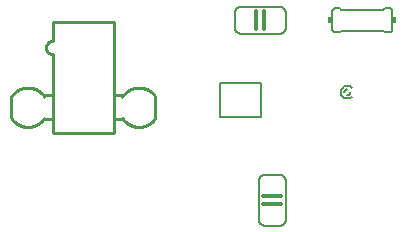
<source format=gto>
G75*
%MOIN*%
%OFA0B0*%
%FSLAX25Y25*%
%IPPOS*%
%LPD*%
%AMOC8*
5,1,8,0,0,1.08239X$1,22.5*
%
%ADD10C,0.00600*%
%ADD11C,0.01200*%
%ADD12R,0.01500X0.02000*%
%ADD13C,0.00500*%
%ADD14C,0.01000*%
D10*
X0102500Y0015500D02*
X0102500Y0028500D01*
X0102502Y0028587D01*
X0102508Y0028674D01*
X0102517Y0028761D01*
X0102530Y0028847D01*
X0102547Y0028933D01*
X0102568Y0029018D01*
X0102593Y0029101D01*
X0102621Y0029184D01*
X0102652Y0029265D01*
X0102687Y0029345D01*
X0102726Y0029423D01*
X0102768Y0029500D01*
X0102813Y0029575D01*
X0102862Y0029647D01*
X0102913Y0029718D01*
X0102968Y0029786D01*
X0103025Y0029851D01*
X0103086Y0029914D01*
X0103149Y0029975D01*
X0103214Y0030032D01*
X0103282Y0030087D01*
X0103353Y0030138D01*
X0103425Y0030187D01*
X0103500Y0030232D01*
X0103577Y0030274D01*
X0103655Y0030313D01*
X0103735Y0030348D01*
X0103816Y0030379D01*
X0103899Y0030407D01*
X0103982Y0030432D01*
X0104067Y0030453D01*
X0104153Y0030470D01*
X0104239Y0030483D01*
X0104326Y0030492D01*
X0104413Y0030498D01*
X0104500Y0030500D01*
X0109500Y0030500D01*
X0109587Y0030498D01*
X0109674Y0030492D01*
X0109761Y0030483D01*
X0109847Y0030470D01*
X0109933Y0030453D01*
X0110018Y0030432D01*
X0110101Y0030407D01*
X0110184Y0030379D01*
X0110265Y0030348D01*
X0110345Y0030313D01*
X0110423Y0030274D01*
X0110500Y0030232D01*
X0110575Y0030187D01*
X0110647Y0030138D01*
X0110718Y0030087D01*
X0110786Y0030032D01*
X0110851Y0029975D01*
X0110914Y0029914D01*
X0110975Y0029851D01*
X0111032Y0029786D01*
X0111087Y0029718D01*
X0111138Y0029647D01*
X0111187Y0029575D01*
X0111232Y0029500D01*
X0111274Y0029423D01*
X0111313Y0029345D01*
X0111348Y0029265D01*
X0111379Y0029184D01*
X0111407Y0029101D01*
X0111432Y0029018D01*
X0111453Y0028933D01*
X0111470Y0028847D01*
X0111483Y0028761D01*
X0111492Y0028674D01*
X0111498Y0028587D01*
X0111500Y0028500D01*
X0111500Y0015500D01*
X0111498Y0015413D01*
X0111492Y0015326D01*
X0111483Y0015239D01*
X0111470Y0015153D01*
X0111453Y0015067D01*
X0111432Y0014982D01*
X0111407Y0014899D01*
X0111379Y0014816D01*
X0111348Y0014735D01*
X0111313Y0014655D01*
X0111274Y0014577D01*
X0111232Y0014500D01*
X0111187Y0014425D01*
X0111138Y0014353D01*
X0111087Y0014282D01*
X0111032Y0014214D01*
X0110975Y0014149D01*
X0110914Y0014086D01*
X0110851Y0014025D01*
X0110786Y0013968D01*
X0110718Y0013913D01*
X0110647Y0013862D01*
X0110575Y0013813D01*
X0110500Y0013768D01*
X0110423Y0013726D01*
X0110345Y0013687D01*
X0110265Y0013652D01*
X0110184Y0013621D01*
X0110101Y0013593D01*
X0110018Y0013568D01*
X0109933Y0013547D01*
X0109847Y0013530D01*
X0109761Y0013517D01*
X0109674Y0013508D01*
X0109587Y0013502D01*
X0109500Y0013500D01*
X0104500Y0013500D01*
X0104413Y0013502D01*
X0104326Y0013508D01*
X0104239Y0013517D01*
X0104153Y0013530D01*
X0104067Y0013547D01*
X0103982Y0013568D01*
X0103899Y0013593D01*
X0103816Y0013621D01*
X0103735Y0013652D01*
X0103655Y0013687D01*
X0103577Y0013726D01*
X0103500Y0013768D01*
X0103425Y0013813D01*
X0103353Y0013862D01*
X0103282Y0013913D01*
X0103214Y0013968D01*
X0103149Y0014025D01*
X0103086Y0014086D01*
X0103025Y0014149D01*
X0102968Y0014214D01*
X0102913Y0014282D01*
X0102862Y0014353D01*
X0102813Y0014425D01*
X0102768Y0014500D01*
X0102726Y0014577D01*
X0102687Y0014655D01*
X0102652Y0014735D01*
X0102621Y0014816D01*
X0102593Y0014899D01*
X0102568Y0014982D01*
X0102547Y0015067D01*
X0102530Y0015153D01*
X0102517Y0015239D01*
X0102508Y0015326D01*
X0102502Y0015413D01*
X0102500Y0015500D01*
X0131000Y0056000D02*
X0133000Y0056000D01*
X0133500Y0056500D01*
X0130500Y0056500D02*
X0130438Y0056565D01*
X0130378Y0056633D01*
X0130322Y0056703D01*
X0130268Y0056775D01*
X0130218Y0056850D01*
X0130171Y0056927D01*
X0130127Y0057005D01*
X0130086Y0057086D01*
X0130049Y0057168D01*
X0130016Y0057251D01*
X0129986Y0057336D01*
X0129959Y0057422D01*
X0129937Y0057509D01*
X0129918Y0057597D01*
X0129902Y0057686D01*
X0129891Y0057775D01*
X0129883Y0057865D01*
X0129879Y0057955D01*
X0129879Y0058045D01*
X0129883Y0058135D01*
X0129891Y0058225D01*
X0129902Y0058314D01*
X0129918Y0058403D01*
X0129937Y0058491D01*
X0129959Y0058578D01*
X0129986Y0058664D01*
X0130016Y0058749D01*
X0130049Y0058832D01*
X0130086Y0058914D01*
X0130127Y0058995D01*
X0130171Y0059073D01*
X0130218Y0059150D01*
X0130268Y0059225D01*
X0130322Y0059297D01*
X0130378Y0059367D01*
X0130438Y0059435D01*
X0130500Y0059500D01*
X0131000Y0060000D01*
X0133000Y0060000D01*
X0133500Y0059500D01*
X0133000Y0058000D02*
X0132998Y0057940D01*
X0132993Y0057879D01*
X0132984Y0057820D01*
X0132971Y0057761D01*
X0132955Y0057702D01*
X0132935Y0057645D01*
X0132912Y0057590D01*
X0132885Y0057535D01*
X0132856Y0057483D01*
X0132823Y0057432D01*
X0132787Y0057383D01*
X0132749Y0057337D01*
X0132707Y0057293D01*
X0132663Y0057251D01*
X0132617Y0057213D01*
X0132568Y0057177D01*
X0132517Y0057144D01*
X0132465Y0057115D01*
X0132410Y0057088D01*
X0132355Y0057065D01*
X0132298Y0057045D01*
X0132239Y0057029D01*
X0132180Y0057016D01*
X0132121Y0057007D01*
X0132060Y0057002D01*
X0132000Y0057000D01*
X0131000Y0058000D02*
X0131002Y0058060D01*
X0131007Y0058121D01*
X0131016Y0058180D01*
X0131029Y0058239D01*
X0131045Y0058298D01*
X0131065Y0058355D01*
X0131088Y0058410D01*
X0131115Y0058465D01*
X0131144Y0058517D01*
X0131177Y0058568D01*
X0131213Y0058617D01*
X0131251Y0058663D01*
X0131293Y0058707D01*
X0131337Y0058749D01*
X0131383Y0058787D01*
X0131432Y0058823D01*
X0131483Y0058856D01*
X0131535Y0058885D01*
X0131590Y0058912D01*
X0131645Y0058935D01*
X0131702Y0058955D01*
X0131761Y0058971D01*
X0131820Y0058984D01*
X0131879Y0058993D01*
X0131940Y0058998D01*
X0132000Y0059000D01*
X0130500Y0056500D02*
X0131000Y0056000D01*
X0109500Y0077500D02*
X0096500Y0077500D01*
X0096413Y0077502D01*
X0096326Y0077508D01*
X0096239Y0077517D01*
X0096153Y0077530D01*
X0096067Y0077547D01*
X0095982Y0077568D01*
X0095899Y0077593D01*
X0095816Y0077621D01*
X0095735Y0077652D01*
X0095655Y0077687D01*
X0095577Y0077726D01*
X0095500Y0077768D01*
X0095425Y0077813D01*
X0095353Y0077862D01*
X0095282Y0077913D01*
X0095214Y0077968D01*
X0095149Y0078025D01*
X0095086Y0078086D01*
X0095025Y0078149D01*
X0094968Y0078214D01*
X0094913Y0078282D01*
X0094862Y0078353D01*
X0094813Y0078425D01*
X0094768Y0078500D01*
X0094726Y0078577D01*
X0094687Y0078655D01*
X0094652Y0078735D01*
X0094621Y0078816D01*
X0094593Y0078899D01*
X0094568Y0078982D01*
X0094547Y0079067D01*
X0094530Y0079153D01*
X0094517Y0079239D01*
X0094508Y0079326D01*
X0094502Y0079413D01*
X0094500Y0079500D01*
X0094500Y0084500D01*
X0094502Y0084587D01*
X0094508Y0084674D01*
X0094517Y0084761D01*
X0094530Y0084847D01*
X0094547Y0084933D01*
X0094568Y0085018D01*
X0094593Y0085101D01*
X0094621Y0085184D01*
X0094652Y0085265D01*
X0094687Y0085345D01*
X0094726Y0085423D01*
X0094768Y0085500D01*
X0094813Y0085575D01*
X0094862Y0085647D01*
X0094913Y0085718D01*
X0094968Y0085786D01*
X0095025Y0085851D01*
X0095086Y0085914D01*
X0095149Y0085975D01*
X0095214Y0086032D01*
X0095282Y0086087D01*
X0095353Y0086138D01*
X0095425Y0086187D01*
X0095500Y0086232D01*
X0095577Y0086274D01*
X0095655Y0086313D01*
X0095735Y0086348D01*
X0095816Y0086379D01*
X0095899Y0086407D01*
X0095982Y0086432D01*
X0096067Y0086453D01*
X0096153Y0086470D01*
X0096239Y0086483D01*
X0096326Y0086492D01*
X0096413Y0086498D01*
X0096500Y0086500D01*
X0109500Y0086500D01*
X0109587Y0086498D01*
X0109674Y0086492D01*
X0109761Y0086483D01*
X0109847Y0086470D01*
X0109933Y0086453D01*
X0110018Y0086432D01*
X0110101Y0086407D01*
X0110184Y0086379D01*
X0110265Y0086348D01*
X0110345Y0086313D01*
X0110423Y0086274D01*
X0110500Y0086232D01*
X0110575Y0086187D01*
X0110647Y0086138D01*
X0110718Y0086087D01*
X0110786Y0086032D01*
X0110851Y0085975D01*
X0110914Y0085914D01*
X0110975Y0085851D01*
X0111032Y0085786D01*
X0111087Y0085718D01*
X0111138Y0085647D01*
X0111187Y0085575D01*
X0111232Y0085500D01*
X0111274Y0085423D01*
X0111313Y0085345D01*
X0111348Y0085265D01*
X0111379Y0085184D01*
X0111407Y0085101D01*
X0111432Y0085018D01*
X0111453Y0084933D01*
X0111470Y0084847D01*
X0111483Y0084761D01*
X0111492Y0084674D01*
X0111498Y0084587D01*
X0111500Y0084500D01*
X0111500Y0079500D01*
X0111498Y0079413D01*
X0111492Y0079326D01*
X0111483Y0079239D01*
X0111470Y0079153D01*
X0111453Y0079067D01*
X0111432Y0078982D01*
X0111407Y0078899D01*
X0111379Y0078816D01*
X0111348Y0078735D01*
X0111313Y0078655D01*
X0111274Y0078577D01*
X0111232Y0078500D01*
X0111187Y0078425D01*
X0111138Y0078353D01*
X0111087Y0078282D01*
X0111032Y0078214D01*
X0110975Y0078149D01*
X0110914Y0078086D01*
X0110851Y0078025D01*
X0110786Y0077968D01*
X0110718Y0077913D01*
X0110647Y0077862D01*
X0110575Y0077813D01*
X0110500Y0077768D01*
X0110423Y0077726D01*
X0110345Y0077687D01*
X0110265Y0077652D01*
X0110184Y0077621D01*
X0110101Y0077593D01*
X0110018Y0077568D01*
X0109933Y0077547D01*
X0109847Y0077530D01*
X0109761Y0077517D01*
X0109674Y0077508D01*
X0109587Y0077502D01*
X0109500Y0077500D01*
X0127000Y0079000D02*
X0127000Y0085000D01*
X0127002Y0085060D01*
X0127007Y0085121D01*
X0127016Y0085180D01*
X0127029Y0085239D01*
X0127045Y0085298D01*
X0127065Y0085355D01*
X0127088Y0085410D01*
X0127115Y0085465D01*
X0127144Y0085517D01*
X0127177Y0085568D01*
X0127213Y0085617D01*
X0127251Y0085663D01*
X0127293Y0085707D01*
X0127337Y0085749D01*
X0127383Y0085787D01*
X0127432Y0085823D01*
X0127483Y0085856D01*
X0127535Y0085885D01*
X0127590Y0085912D01*
X0127645Y0085935D01*
X0127702Y0085955D01*
X0127761Y0085971D01*
X0127820Y0085984D01*
X0127879Y0085993D01*
X0127940Y0085998D01*
X0128000Y0086000D01*
X0129500Y0086000D01*
X0130000Y0085500D01*
X0144000Y0085500D01*
X0144500Y0086000D01*
X0146000Y0086000D01*
X0146060Y0085998D01*
X0146121Y0085993D01*
X0146180Y0085984D01*
X0146239Y0085971D01*
X0146298Y0085955D01*
X0146355Y0085935D01*
X0146410Y0085912D01*
X0146465Y0085885D01*
X0146517Y0085856D01*
X0146568Y0085823D01*
X0146617Y0085787D01*
X0146663Y0085749D01*
X0146707Y0085707D01*
X0146749Y0085663D01*
X0146787Y0085617D01*
X0146823Y0085568D01*
X0146856Y0085517D01*
X0146885Y0085465D01*
X0146912Y0085410D01*
X0146935Y0085355D01*
X0146955Y0085298D01*
X0146971Y0085239D01*
X0146984Y0085180D01*
X0146993Y0085121D01*
X0146998Y0085060D01*
X0147000Y0085000D01*
X0147000Y0079000D01*
X0146998Y0078940D01*
X0146993Y0078879D01*
X0146984Y0078820D01*
X0146971Y0078761D01*
X0146955Y0078702D01*
X0146935Y0078645D01*
X0146912Y0078590D01*
X0146885Y0078535D01*
X0146856Y0078483D01*
X0146823Y0078432D01*
X0146787Y0078383D01*
X0146749Y0078337D01*
X0146707Y0078293D01*
X0146663Y0078251D01*
X0146617Y0078213D01*
X0146568Y0078177D01*
X0146517Y0078144D01*
X0146465Y0078115D01*
X0146410Y0078088D01*
X0146355Y0078065D01*
X0146298Y0078045D01*
X0146239Y0078029D01*
X0146180Y0078016D01*
X0146121Y0078007D01*
X0146060Y0078002D01*
X0146000Y0078000D01*
X0144500Y0078000D01*
X0144000Y0078500D01*
X0130000Y0078500D01*
X0129500Y0078000D01*
X0128000Y0078000D01*
X0127940Y0078002D01*
X0127879Y0078007D01*
X0127820Y0078016D01*
X0127761Y0078029D01*
X0127702Y0078045D01*
X0127645Y0078065D01*
X0127590Y0078088D01*
X0127535Y0078115D01*
X0127483Y0078144D01*
X0127432Y0078177D01*
X0127383Y0078213D01*
X0127337Y0078251D01*
X0127293Y0078293D01*
X0127251Y0078337D01*
X0127213Y0078383D01*
X0127177Y0078432D01*
X0127144Y0078483D01*
X0127115Y0078535D01*
X0127088Y0078590D01*
X0127065Y0078645D01*
X0127045Y0078702D01*
X0127029Y0078761D01*
X0127016Y0078820D01*
X0127007Y0078879D01*
X0127002Y0078940D01*
X0127000Y0079000D01*
D11*
X0104200Y0079000D02*
X0104200Y0085000D01*
X0101700Y0085000D02*
X0101700Y0079000D01*
X0104000Y0023200D02*
X0110000Y0023200D01*
X0110000Y0020700D02*
X0104000Y0020700D01*
D12*
X0126250Y0082000D03*
X0147750Y0082000D03*
D13*
X0103417Y0061055D02*
X0103417Y0049835D01*
X0089638Y0049835D01*
X0089638Y0061055D01*
X0103417Y0061055D01*
D14*
X0033764Y0070661D02*
X0033764Y0044283D01*
X0054236Y0044283D01*
X0054236Y0081291D01*
X0033764Y0081291D01*
X0033764Y0074992D01*
X0033672Y0074990D01*
X0033580Y0074984D01*
X0033489Y0074974D01*
X0033398Y0074961D01*
X0033308Y0074943D01*
X0033218Y0074922D01*
X0033130Y0074897D01*
X0033043Y0074868D01*
X0032957Y0074836D01*
X0032872Y0074800D01*
X0032789Y0074760D01*
X0032708Y0074717D01*
X0032629Y0074671D01*
X0032552Y0074621D01*
X0032477Y0074568D01*
X0032404Y0074511D01*
X0032334Y0074452D01*
X0032266Y0074390D01*
X0032201Y0074325D01*
X0032139Y0074257D01*
X0032080Y0074187D01*
X0032023Y0074114D01*
X0031970Y0074039D01*
X0031920Y0073962D01*
X0031874Y0073883D01*
X0031831Y0073802D01*
X0031791Y0073719D01*
X0031755Y0073634D01*
X0031723Y0073548D01*
X0031694Y0073461D01*
X0031669Y0073373D01*
X0031648Y0073283D01*
X0031630Y0073193D01*
X0031617Y0073102D01*
X0031607Y0073011D01*
X0031601Y0072919D01*
X0031599Y0072827D01*
X0031601Y0072735D01*
X0031607Y0072643D01*
X0031617Y0072552D01*
X0031630Y0072461D01*
X0031648Y0072371D01*
X0031669Y0072281D01*
X0031694Y0072193D01*
X0031723Y0072106D01*
X0031755Y0072020D01*
X0031791Y0071935D01*
X0031831Y0071852D01*
X0031874Y0071771D01*
X0031920Y0071692D01*
X0031970Y0071615D01*
X0032023Y0071540D01*
X0032080Y0071467D01*
X0032139Y0071397D01*
X0032201Y0071329D01*
X0032266Y0071264D01*
X0032334Y0071202D01*
X0032404Y0071143D01*
X0032477Y0071086D01*
X0032552Y0071033D01*
X0032629Y0070983D01*
X0032708Y0070937D01*
X0032789Y0070894D01*
X0032872Y0070854D01*
X0032957Y0070818D01*
X0033043Y0070786D01*
X0033130Y0070757D01*
X0033218Y0070732D01*
X0033308Y0070711D01*
X0033398Y0070693D01*
X0033489Y0070680D01*
X0033580Y0070670D01*
X0033672Y0070664D01*
X0033764Y0070662D01*
X0033370Y0056882D02*
X0030614Y0056882D01*
X0031007Y0049402D02*
X0030919Y0049269D01*
X0030828Y0049138D01*
X0030734Y0049009D01*
X0030636Y0048882D01*
X0030536Y0048758D01*
X0030432Y0048637D01*
X0030326Y0048518D01*
X0030216Y0048401D01*
X0030104Y0048287D01*
X0029989Y0048176D01*
X0029872Y0048068D01*
X0029752Y0047963D01*
X0029629Y0047861D01*
X0029504Y0047762D01*
X0029376Y0047666D01*
X0029246Y0047573D01*
X0029114Y0047483D01*
X0028980Y0047396D01*
X0028844Y0047313D01*
X0028705Y0047233D01*
X0028565Y0047156D01*
X0028423Y0047083D01*
X0028280Y0047014D01*
X0028134Y0046948D01*
X0027987Y0046885D01*
X0027839Y0046826D01*
X0027689Y0046771D01*
X0027538Y0046719D01*
X0027385Y0046671D01*
X0027232Y0046627D01*
X0027077Y0046587D01*
X0026922Y0046550D01*
X0026766Y0046517D01*
X0026609Y0046488D01*
X0026451Y0046463D01*
X0026293Y0046442D01*
X0026134Y0046424D01*
X0025975Y0046411D01*
X0025815Y0046401D01*
X0025656Y0046395D01*
X0025496Y0046393D01*
X0025336Y0046395D01*
X0025177Y0046401D01*
X0025017Y0046411D01*
X0024858Y0046424D01*
X0024699Y0046442D01*
X0024541Y0046463D01*
X0024383Y0046488D01*
X0024226Y0046517D01*
X0024070Y0046550D01*
X0023915Y0046587D01*
X0023760Y0046627D01*
X0023607Y0046671D01*
X0023454Y0046719D01*
X0023303Y0046771D01*
X0023153Y0046826D01*
X0023005Y0046885D01*
X0022858Y0046948D01*
X0022712Y0047014D01*
X0022569Y0047083D01*
X0022427Y0047156D01*
X0022287Y0047233D01*
X0022148Y0047313D01*
X0022012Y0047396D01*
X0021878Y0047483D01*
X0021746Y0047573D01*
X0021616Y0047666D01*
X0021488Y0047762D01*
X0021363Y0047861D01*
X0021240Y0047963D01*
X0021120Y0048068D01*
X0021003Y0048176D01*
X0020888Y0048287D01*
X0020776Y0048401D01*
X0020666Y0048518D01*
X0020560Y0048637D01*
X0020456Y0048758D01*
X0020356Y0048882D01*
X0020258Y0049009D01*
X0020164Y0049138D01*
X0020073Y0049269D01*
X0019985Y0049402D01*
X0019984Y0049402D02*
X0019984Y0056488D01*
X0019985Y0056488D02*
X0020073Y0056621D01*
X0020164Y0056752D01*
X0020258Y0056881D01*
X0020356Y0057008D01*
X0020456Y0057132D01*
X0020560Y0057253D01*
X0020666Y0057372D01*
X0020776Y0057489D01*
X0020888Y0057603D01*
X0021003Y0057714D01*
X0021120Y0057822D01*
X0021240Y0057927D01*
X0021363Y0058029D01*
X0021488Y0058128D01*
X0021616Y0058224D01*
X0021746Y0058317D01*
X0021878Y0058407D01*
X0022012Y0058494D01*
X0022148Y0058577D01*
X0022287Y0058657D01*
X0022427Y0058734D01*
X0022569Y0058807D01*
X0022712Y0058876D01*
X0022858Y0058942D01*
X0023005Y0059005D01*
X0023153Y0059064D01*
X0023303Y0059119D01*
X0023454Y0059171D01*
X0023607Y0059219D01*
X0023760Y0059263D01*
X0023915Y0059303D01*
X0024070Y0059340D01*
X0024226Y0059373D01*
X0024383Y0059402D01*
X0024541Y0059427D01*
X0024699Y0059448D01*
X0024858Y0059466D01*
X0025017Y0059479D01*
X0025177Y0059489D01*
X0025336Y0059495D01*
X0025496Y0059497D01*
X0025656Y0059495D01*
X0025815Y0059489D01*
X0025975Y0059479D01*
X0026134Y0059466D01*
X0026293Y0059448D01*
X0026451Y0059427D01*
X0026609Y0059402D01*
X0026766Y0059373D01*
X0026922Y0059340D01*
X0027077Y0059303D01*
X0027232Y0059263D01*
X0027385Y0059219D01*
X0027538Y0059171D01*
X0027689Y0059119D01*
X0027839Y0059064D01*
X0027987Y0059005D01*
X0028134Y0058942D01*
X0028280Y0058876D01*
X0028423Y0058807D01*
X0028565Y0058734D01*
X0028705Y0058657D01*
X0028844Y0058577D01*
X0028980Y0058494D01*
X0029114Y0058407D01*
X0029246Y0058317D01*
X0029376Y0058224D01*
X0029504Y0058128D01*
X0029629Y0058029D01*
X0029752Y0057927D01*
X0029872Y0057822D01*
X0029989Y0057714D01*
X0030104Y0057603D01*
X0030216Y0057489D01*
X0030326Y0057372D01*
X0030432Y0057253D01*
X0030536Y0057132D01*
X0030636Y0057008D01*
X0030734Y0056881D01*
X0030828Y0056752D01*
X0030919Y0056621D01*
X0031007Y0056488D01*
X0030614Y0049008D02*
X0033370Y0049008D01*
X0054630Y0049008D02*
X0057386Y0049008D01*
X0056993Y0056488D02*
X0057081Y0056621D01*
X0057172Y0056752D01*
X0057266Y0056881D01*
X0057364Y0057008D01*
X0057464Y0057132D01*
X0057568Y0057253D01*
X0057674Y0057372D01*
X0057784Y0057489D01*
X0057896Y0057603D01*
X0058011Y0057714D01*
X0058128Y0057822D01*
X0058248Y0057927D01*
X0058371Y0058029D01*
X0058496Y0058128D01*
X0058624Y0058224D01*
X0058754Y0058317D01*
X0058886Y0058407D01*
X0059020Y0058494D01*
X0059156Y0058577D01*
X0059295Y0058657D01*
X0059435Y0058734D01*
X0059577Y0058807D01*
X0059720Y0058876D01*
X0059866Y0058942D01*
X0060013Y0059005D01*
X0060161Y0059064D01*
X0060311Y0059119D01*
X0060462Y0059171D01*
X0060615Y0059219D01*
X0060768Y0059263D01*
X0060923Y0059303D01*
X0061078Y0059340D01*
X0061234Y0059373D01*
X0061391Y0059402D01*
X0061549Y0059427D01*
X0061707Y0059448D01*
X0061866Y0059466D01*
X0062025Y0059479D01*
X0062185Y0059489D01*
X0062344Y0059495D01*
X0062504Y0059497D01*
X0062664Y0059495D01*
X0062823Y0059489D01*
X0062983Y0059479D01*
X0063142Y0059466D01*
X0063301Y0059448D01*
X0063459Y0059427D01*
X0063617Y0059402D01*
X0063774Y0059373D01*
X0063930Y0059340D01*
X0064085Y0059303D01*
X0064240Y0059263D01*
X0064393Y0059219D01*
X0064546Y0059171D01*
X0064697Y0059119D01*
X0064847Y0059064D01*
X0064995Y0059005D01*
X0065142Y0058942D01*
X0065288Y0058876D01*
X0065431Y0058807D01*
X0065573Y0058734D01*
X0065713Y0058657D01*
X0065852Y0058577D01*
X0065988Y0058494D01*
X0066122Y0058407D01*
X0066254Y0058317D01*
X0066384Y0058224D01*
X0066512Y0058128D01*
X0066637Y0058029D01*
X0066760Y0057927D01*
X0066880Y0057822D01*
X0066997Y0057714D01*
X0067112Y0057603D01*
X0067224Y0057489D01*
X0067334Y0057372D01*
X0067440Y0057253D01*
X0067544Y0057132D01*
X0067644Y0057008D01*
X0067742Y0056881D01*
X0067836Y0056752D01*
X0067927Y0056621D01*
X0068015Y0056488D01*
X0068016Y0056488D02*
X0068016Y0049402D01*
X0068015Y0049402D02*
X0067927Y0049269D01*
X0067836Y0049138D01*
X0067742Y0049009D01*
X0067644Y0048882D01*
X0067544Y0048758D01*
X0067440Y0048637D01*
X0067334Y0048518D01*
X0067224Y0048401D01*
X0067112Y0048287D01*
X0066997Y0048176D01*
X0066880Y0048068D01*
X0066760Y0047963D01*
X0066637Y0047861D01*
X0066512Y0047762D01*
X0066384Y0047666D01*
X0066254Y0047573D01*
X0066122Y0047483D01*
X0065988Y0047396D01*
X0065852Y0047313D01*
X0065713Y0047233D01*
X0065573Y0047156D01*
X0065431Y0047083D01*
X0065288Y0047014D01*
X0065142Y0046948D01*
X0064995Y0046885D01*
X0064847Y0046826D01*
X0064697Y0046771D01*
X0064546Y0046719D01*
X0064393Y0046671D01*
X0064240Y0046627D01*
X0064085Y0046587D01*
X0063930Y0046550D01*
X0063774Y0046517D01*
X0063617Y0046488D01*
X0063459Y0046463D01*
X0063301Y0046442D01*
X0063142Y0046424D01*
X0062983Y0046411D01*
X0062823Y0046401D01*
X0062664Y0046395D01*
X0062504Y0046393D01*
X0062344Y0046395D01*
X0062185Y0046401D01*
X0062025Y0046411D01*
X0061866Y0046424D01*
X0061707Y0046442D01*
X0061549Y0046463D01*
X0061391Y0046488D01*
X0061234Y0046517D01*
X0061078Y0046550D01*
X0060923Y0046587D01*
X0060768Y0046627D01*
X0060615Y0046671D01*
X0060462Y0046719D01*
X0060311Y0046771D01*
X0060161Y0046826D01*
X0060013Y0046885D01*
X0059866Y0046948D01*
X0059720Y0047014D01*
X0059577Y0047083D01*
X0059435Y0047156D01*
X0059295Y0047233D01*
X0059156Y0047313D01*
X0059020Y0047396D01*
X0058886Y0047483D01*
X0058754Y0047573D01*
X0058624Y0047666D01*
X0058496Y0047762D01*
X0058371Y0047861D01*
X0058248Y0047963D01*
X0058128Y0048068D01*
X0058011Y0048176D01*
X0057896Y0048287D01*
X0057784Y0048401D01*
X0057674Y0048518D01*
X0057568Y0048637D01*
X0057464Y0048758D01*
X0057364Y0048882D01*
X0057266Y0049009D01*
X0057172Y0049138D01*
X0057081Y0049269D01*
X0056993Y0049402D01*
X0057386Y0056882D02*
X0054630Y0056882D01*
M02*

</source>
